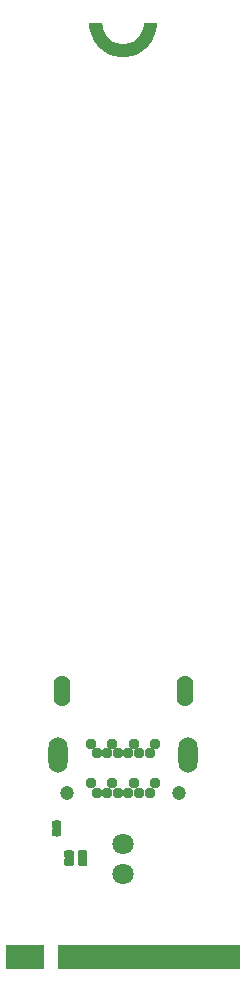
<source format=gts>
G04*
G04 #@! TF.GenerationSoftware,Altium Limited,Altium Designer,24.5.2 (23)*
G04*
G04 Layer_Color=8388736*
%FSLAX44Y44*%
%MOMM*%
G71*
G04*
G04 #@! TF.SameCoordinates,6FC596C0-74E6-4E27-895D-4E0FE7D6B679*
G04*
G04*
G04 #@! TF.FilePolarity,Negative*
G04*
G01*
G75*
%ADD14R,0.3500X1.4500*%
%ADD15R,15.4500X2.0000*%
%ADD16R,3.2005X2.0000*%
%ADD17R,0.6032X0.6032*%
%ADD18O,1.4112X2.6192*%
%ADD19O,1.6112X3.0192*%
%ADD20C,0.9532*%
%ADD21C,1.2032*%
%ADD22C,1.8000*%
G36*
X138500Y800000D02*
X138500Y797757D01*
X137798Y793326D01*
X136412Y789060D01*
X134375Y785063D01*
X131739Y781433D01*
X128567Y778261D01*
X124937Y775624D01*
X120940Y773588D01*
X116674Y772202D01*
X112243Y771500D01*
X107757Y771500D01*
X103326Y772202D01*
X99060Y773588D01*
X95063Y775624D01*
X91433Y778261D01*
X88261Y781433D01*
X85625Y785063D01*
X83588Y789060D01*
X82202Y793326D01*
X81500Y797757D01*
X81500Y800000D01*
X81500Y800000D01*
X92500Y800000D01*
X92584Y798285D01*
X93253Y794920D01*
X94566Y791750D01*
X96472Y788898D01*
X98898Y786472D01*
X101751Y784566D01*
X104920Y783253D01*
X108285Y782584D01*
X111715Y782584D01*
X115080Y783253D01*
X118250Y784566D01*
X121102Y786472D01*
X123528Y788898D01*
X125434Y791751D01*
X126747Y794920D01*
X127416Y798285D01*
X127500Y800000D01*
X127500Y800000D01*
X138500Y800000D01*
D02*
G37*
G36*
X54522Y125360D02*
X54554Y125358D01*
X54587Y125358D01*
X54621Y125354D01*
X54655Y125351D01*
X54686Y125345D01*
X54719Y125341D01*
X56233Y125042D01*
X56265Y125034D01*
X56297Y125027D01*
X56329Y125017D01*
X56362Y125008D01*
X56392Y124995D01*
X56423Y124985D01*
X57137Y124692D01*
X57138Y124691D01*
X57140Y124691D01*
X57205Y124658D01*
X57256Y124633D01*
X57257Y124633D01*
X57259Y124632D01*
X57319Y124591D01*
X57367Y124560D01*
X57368Y124559D01*
X57370Y124558D01*
X57423Y124511D01*
X57468Y124472D01*
X57469Y124471D01*
X57470Y124470D01*
X57519Y124415D01*
X57556Y124372D01*
X57557Y124371D01*
X57558Y124370D01*
X57600Y124307D01*
X57630Y124262D01*
X57631Y124261D01*
X57632Y124259D01*
X57667Y124188D01*
X57689Y124142D01*
X57690Y124141D01*
X57691Y124140D01*
X57716Y124064D01*
X57733Y124017D01*
X57733Y124015D01*
X57733Y124014D01*
X57748Y123938D01*
X57759Y123886D01*
X57759Y123885D01*
X57759Y123883D01*
X57764Y123809D01*
X57768Y123753D01*
X57768Y123752D01*
X57768Y123750D01*
X57768Y119500D01*
X57759Y119367D01*
X57733Y119236D01*
X57691Y119110D01*
X57632Y118991D01*
X57558Y118880D01*
X57470Y118780D01*
X57370Y118692D01*
X57259Y118618D01*
X57140Y118559D01*
X57014Y118517D01*
X56930Y118500D01*
X57014Y118483D01*
X57140Y118441D01*
X57259Y118382D01*
X57370Y118308D01*
X57470Y118220D01*
X57558Y118120D01*
X57632Y118009D01*
X57691Y117890D01*
X57733Y117764D01*
X57759Y117633D01*
X57768Y117500D01*
Y113250D01*
X57768Y113249D01*
X57768Y113247D01*
X57764Y113182D01*
X57759Y113117D01*
X57759Y113116D01*
X57759Y113114D01*
X57747Y113052D01*
X57733Y112986D01*
X57733Y112985D01*
X57733Y112984D01*
X57713Y112927D01*
X57691Y112860D01*
X57690Y112859D01*
X57689Y112858D01*
X57662Y112801D01*
X57632Y112741D01*
X57631Y112740D01*
X57630Y112738D01*
X57593Y112683D01*
X57558Y112630D01*
X57557Y112629D01*
X57556Y112628D01*
X57510Y112576D01*
X57470Y112530D01*
X57469Y112529D01*
X57468Y112528D01*
X57415Y112481D01*
X57370Y112442D01*
X57369Y112441D01*
X57367Y112440D01*
X57310Y112402D01*
X57259Y112368D01*
X57258Y112368D01*
X57256Y112367D01*
X57195Y112337D01*
X57140Y112309D01*
X57138Y112309D01*
X57137Y112308D01*
X56423Y112015D01*
X56392Y112004D01*
X56362Y111992D01*
X56329Y111983D01*
X56297Y111973D01*
X56265Y111966D01*
X56233Y111958D01*
X54719Y111659D01*
X54686Y111655D01*
X54655Y111649D01*
X54621Y111646D01*
X54587Y111642D01*
X54554Y111642D01*
X54522Y111640D01*
X52978Y111640D01*
X52946Y111642D01*
X52913Y111642D01*
X52879Y111646D01*
X52845Y111649D01*
X52814Y111655D01*
X52781Y111659D01*
X51267Y111958D01*
X51235Y111966D01*
X51203Y111973D01*
X51171Y111983D01*
X51138Y111992D01*
X51108Y112004D01*
X51077Y112015D01*
X50363Y112308D01*
X50362Y112309D01*
X50360Y112309D01*
X50305Y112337D01*
X50244Y112367D01*
X50242Y112368D01*
X50241Y112368D01*
X50190Y112402D01*
X50133Y112440D01*
X50131Y112441D01*
X50130Y112442D01*
X50085Y112481D01*
X50032Y112528D01*
X50031Y112529D01*
X50030Y112530D01*
X49990Y112576D01*
X49944Y112628D01*
X49943Y112629D01*
X49942Y112630D01*
X49907Y112683D01*
X49870Y112738D01*
X49869Y112740D01*
X49868Y112741D01*
X49839Y112801D01*
X49811Y112858D01*
X49810Y112859D01*
X49809Y112860D01*
X49787Y112927D01*
X49767Y112984D01*
X49767Y112985D01*
X49767Y112986D01*
X49753Y113052D01*
X49741Y113114D01*
X49741Y113116D01*
X49741Y113117D01*
X49736Y113182D01*
X49732Y113247D01*
X49732Y113249D01*
X49732Y113250D01*
X49732Y117500D01*
X49741Y117633D01*
X49767Y117764D01*
X49809Y117890D01*
X49868Y118009D01*
X49942Y118120D01*
X50030Y118220D01*
X50130Y118308D01*
X50241Y118382D01*
X50360Y118441D01*
X50486Y118483D01*
X50570Y118500D01*
X50486Y118517D01*
X50360Y118559D01*
X50241Y118618D01*
X50130Y118692D01*
X50030Y118780D01*
X49942Y118880D01*
X49868Y118991D01*
X49809Y119110D01*
X49767Y119236D01*
X49741Y119367D01*
X49732Y119500D01*
X49732Y123750D01*
X49732Y123751D01*
X49732Y123753D01*
X49736Y123818D01*
X49741Y123883D01*
X49741Y123884D01*
X49741Y123886D01*
X49753Y123948D01*
X49767Y124014D01*
X49767Y124015D01*
X49767Y124017D01*
X49787Y124073D01*
X49809Y124140D01*
X49810Y124141D01*
X49811Y124142D01*
X49838Y124199D01*
X49868Y124259D01*
X49869Y124260D01*
X49870Y124262D01*
X49907Y124317D01*
X49942Y124370D01*
X49943Y124371D01*
X49944Y124372D01*
X49990Y124424D01*
X50030Y124470D01*
X50031Y124471D01*
X50032Y124472D01*
X50085Y124518D01*
X50130Y124558D01*
X50131Y124559D01*
X50133Y124560D01*
X50190Y124598D01*
X50241Y124632D01*
X50242Y124632D01*
X50244Y124633D01*
X50305Y124663D01*
X50360Y124691D01*
X50362Y124691D01*
X50363Y124692D01*
X51077Y124985D01*
X51108Y124995D01*
X51138Y125008D01*
X51171Y125017D01*
X51203Y125028D01*
X51235Y125034D01*
X51267Y125042D01*
X52781Y125341D01*
X52814Y125345D01*
X52845Y125351D01*
X52879Y125354D01*
X52913Y125358D01*
X52946Y125358D01*
X52978Y125360D01*
X54522Y125360D01*
D02*
G37*
G36*
X76554Y100358D02*
X76587Y100358D01*
X76621Y100354D01*
X76655Y100351D01*
X76686Y100345D01*
X76719Y100341D01*
X78233Y100042D01*
X78265Y100034D01*
X78297Y100028D01*
X78329Y100017D01*
X78362Y100008D01*
X78392Y99995D01*
X78423Y99985D01*
X79137Y99692D01*
X79138Y99691D01*
X79140Y99691D01*
X79195Y99663D01*
X79256Y99633D01*
X79258Y99632D01*
X79259Y99632D01*
X79310Y99598D01*
X79367Y99560D01*
X79369Y99559D01*
X79370Y99558D01*
X79415Y99518D01*
X79468Y99472D01*
X79469Y99471D01*
X79470Y99470D01*
X79510Y99424D01*
X79556Y99372D01*
X79557Y99371D01*
X79558Y99370D01*
X79593Y99317D01*
X79630Y99262D01*
X79631Y99260D01*
X79632Y99259D01*
X79661Y99199D01*
X79689Y99142D01*
X79690Y99141D01*
X79691Y99140D01*
X79713Y99073D01*
X79733Y99017D01*
X79733Y99015D01*
X79734Y99014D01*
X79746Y98948D01*
X79759Y98886D01*
X79759Y98884D01*
X79759Y98883D01*
X79764Y98818D01*
X79768Y98753D01*
X79768Y98751D01*
X79768Y98750D01*
Y94500D01*
X79759Y94367D01*
X79734Y94236D01*
X79691Y94110D01*
X79632Y93991D01*
X79558Y93880D01*
X79470Y93780D01*
X79370Y93692D01*
X79259Y93618D01*
X79140Y93559D01*
X79014Y93517D01*
X78931Y93500D01*
X79014Y93483D01*
X79140Y93441D01*
X79259Y93382D01*
X79370Y93308D01*
X79470Y93220D01*
X79558Y93120D01*
X79632Y93009D01*
X79691Y92890D01*
X79734Y92764D01*
X79759Y92633D01*
X79768Y92500D01*
X79768Y88250D01*
X79768Y88248D01*
X79768Y88247D01*
X79764Y88190D01*
X79759Y88117D01*
X79759Y88115D01*
X79759Y88114D01*
X79748Y88060D01*
X79733Y87986D01*
X79733Y87985D01*
X79733Y87984D01*
X79716Y87934D01*
X79691Y87860D01*
X79690Y87859D01*
X79689Y87858D01*
X79665Y87809D01*
X79632Y87741D01*
X79631Y87739D01*
X79630Y87738D01*
X79597Y87689D01*
X79558Y87630D01*
X79557Y87629D01*
X79556Y87628D01*
X79515Y87581D01*
X79470Y87530D01*
X79469Y87529D01*
X79468Y87528D01*
X79419Y87485D01*
X79370Y87442D01*
X79369Y87441D01*
X79367Y87440D01*
X79314Y87405D01*
X79259Y87368D01*
X79258Y87367D01*
X79256Y87367D01*
X79198Y87338D01*
X79140Y87309D01*
X79138Y87309D01*
X79137Y87308D01*
X78423Y87015D01*
X78392Y87004D01*
X78362Y86992D01*
X78329Y86983D01*
X78297Y86973D01*
X78265Y86966D01*
X78233Y86958D01*
X76719Y86659D01*
X76687Y86655D01*
X76655Y86649D01*
X76621Y86646D01*
X76587Y86642D01*
X76554Y86642D01*
X76522Y86640D01*
X74978Y86640D01*
X74946Y86642D01*
X74913Y86642D01*
X74879Y86646D01*
X74845Y86649D01*
X74814Y86655D01*
X74781Y86659D01*
X73267Y86958D01*
X73235Y86966D01*
X73203Y86973D01*
X73171Y86983D01*
X73138Y86992D01*
X73108Y87004D01*
X73077Y87015D01*
X72363Y87308D01*
X72362Y87309D01*
X72360Y87309D01*
X72305Y87337D01*
X72243Y87367D01*
X72242Y87368D01*
X72241Y87368D01*
X72190Y87402D01*
X72133Y87440D01*
X72131Y87441D01*
X72130Y87442D01*
X72085Y87481D01*
X72032Y87528D01*
X72031Y87529D01*
X72030Y87530D01*
X71990Y87576D01*
X71944Y87628D01*
X71943Y87629D01*
X71942Y87630D01*
X71907Y87683D01*
X71870Y87738D01*
X71869Y87740D01*
X71868Y87741D01*
X71838Y87801D01*
X71810Y87858D01*
X71810Y87859D01*
X71809Y87860D01*
X71787Y87927D01*
X71767Y87984D01*
X71767Y87985D01*
X71767Y87986D01*
X71753Y88052D01*
X71741Y88114D01*
X71741Y88116D01*
X71740Y88117D01*
X71736Y88182D01*
X71732Y88247D01*
X71732Y88249D01*
X71732Y88250D01*
X71732Y92500D01*
X71740Y92633D01*
X71767Y92764D01*
X71809Y92890D01*
X71868Y93009D01*
X71942Y93120D01*
X72030Y93220D01*
X72130Y93308D01*
X72241Y93382D01*
X72360Y93441D01*
X72487Y93483D01*
X72569Y93500D01*
X72487Y93517D01*
X72360Y93559D01*
X72241Y93618D01*
X72130Y93692D01*
X72030Y93780D01*
X71942Y93880D01*
X71868Y93991D01*
X71809Y94110D01*
X71767Y94236D01*
X71740Y94367D01*
X71732Y94500D01*
X71732Y98750D01*
X71732Y98751D01*
X71732Y98753D01*
X71736Y98818D01*
X71740Y98883D01*
X71741Y98884D01*
X71741Y98886D01*
X71753Y98946D01*
X71767Y99014D01*
X71767Y99015D01*
X71767Y99017D01*
X71786Y99071D01*
X71809Y99140D01*
X71810Y99141D01*
X71810Y99142D01*
X71837Y99195D01*
X71868Y99259D01*
X71869Y99260D01*
X71870Y99262D01*
X71904Y99313D01*
X71942Y99370D01*
X71943Y99371D01*
X71944Y99372D01*
X71986Y99420D01*
X72030Y99470D01*
X72031Y99471D01*
X72032Y99472D01*
X72081Y99514D01*
X72130Y99558D01*
X72132Y99559D01*
X72133Y99560D01*
X72184Y99594D01*
X72241Y99632D01*
X72242Y99633D01*
X72244Y99633D01*
X72298Y99660D01*
X72360Y99691D01*
X72362Y99691D01*
X72363Y99692D01*
X73077Y99985D01*
X73108Y99995D01*
X73138Y100008D01*
X73171Y100017D01*
X73203Y100027D01*
X73235Y100034D01*
X73267Y100042D01*
X74781Y100341D01*
X74813Y100345D01*
X74845Y100351D01*
X74879Y100354D01*
X74913Y100358D01*
X74946Y100358D01*
X74978Y100360D01*
X76522Y100360D01*
X76554Y100358D01*
D02*
G37*
G36*
X65054D02*
X65087Y100358D01*
X65121Y100354D01*
X65155Y100351D01*
X65186Y100345D01*
X65219Y100341D01*
X66733Y100042D01*
X66765Y100034D01*
X66797Y100028D01*
X66829Y100017D01*
X66862Y100008D01*
X66892Y99995D01*
X66923Y99985D01*
X67637Y99692D01*
X67638Y99691D01*
X67640Y99691D01*
X67695Y99663D01*
X67756Y99633D01*
X67758Y99632D01*
X67759Y99632D01*
X67810Y99598D01*
X67867Y99560D01*
X67869Y99559D01*
X67870Y99558D01*
X67915Y99518D01*
X67968Y99472D01*
X67969Y99471D01*
X67970Y99470D01*
X68010Y99424D01*
X68056Y99372D01*
X68057Y99371D01*
X68058Y99370D01*
X68093Y99317D01*
X68130Y99262D01*
X68131Y99260D01*
X68132Y99259D01*
X68162Y99199D01*
X68190Y99142D01*
X68190Y99141D01*
X68191Y99140D01*
X68213Y99073D01*
X68233Y99017D01*
X68233Y99015D01*
X68233Y99014D01*
X68246Y98948D01*
X68259Y98886D01*
X68259Y98884D01*
X68260Y98883D01*
X68264Y98818D01*
X68268Y98753D01*
X68268Y98751D01*
X68268Y98750D01*
Y94500D01*
X68260Y94367D01*
X68233Y94236D01*
X68191Y94110D01*
X68132Y93991D01*
X68058Y93880D01*
X67970Y93780D01*
X67870Y93692D01*
X67759Y93618D01*
X67640Y93559D01*
X67513Y93517D01*
X67431Y93500D01*
X67513Y93483D01*
X67640Y93441D01*
X67759Y93382D01*
X67870Y93308D01*
X67970Y93220D01*
X68058Y93120D01*
X68132Y93009D01*
X68191Y92890D01*
X68233Y92764D01*
X68260Y92633D01*
X68268Y92500D01*
X68268Y88250D01*
X68268Y88248D01*
X68268Y88247D01*
X68264Y88190D01*
X68259Y88117D01*
X68259Y88115D01*
X68259Y88114D01*
X68248Y88060D01*
X68233Y87986D01*
X68233Y87985D01*
X68233Y87984D01*
X68216Y87934D01*
X68191Y87860D01*
X68190Y87859D01*
X68189Y87858D01*
X68165Y87809D01*
X68132Y87741D01*
X68131Y87739D01*
X68130Y87738D01*
X68097Y87689D01*
X68058Y87630D01*
X68057Y87629D01*
X68056Y87628D01*
X68015Y87581D01*
X67970Y87530D01*
X67969Y87529D01*
X67968Y87528D01*
X67919Y87485D01*
X67870Y87442D01*
X67868Y87441D01*
X67867Y87440D01*
X67814Y87405D01*
X67759Y87368D01*
X67758Y87367D01*
X67756Y87367D01*
X67698Y87338D01*
X67640Y87309D01*
X67638Y87309D01*
X67637Y87308D01*
X66923Y87015D01*
X66892Y87004D01*
X66862Y86992D01*
X66829Y86983D01*
X66797Y86973D01*
X66765Y86966D01*
X66733Y86958D01*
X65219Y86659D01*
X65187Y86655D01*
X65155Y86649D01*
X65121Y86646D01*
X65087Y86642D01*
X65054Y86642D01*
X65022Y86640D01*
X63478Y86640D01*
X63446Y86642D01*
X63413Y86642D01*
X63379Y86646D01*
X63345Y86649D01*
X63314Y86655D01*
X63281Y86659D01*
X61767Y86958D01*
X61735Y86966D01*
X61703Y86973D01*
X61671Y86983D01*
X61638Y86992D01*
X61608Y87004D01*
X61577Y87015D01*
X60863Y87308D01*
X60862Y87309D01*
X60860Y87309D01*
X60805Y87337D01*
X60743Y87367D01*
X60742Y87368D01*
X60741Y87368D01*
X60690Y87402D01*
X60633Y87440D01*
X60631Y87441D01*
X60630Y87442D01*
X60585Y87481D01*
X60532Y87528D01*
X60531Y87529D01*
X60530Y87530D01*
X60490Y87576D01*
X60444Y87628D01*
X60443Y87629D01*
X60442Y87630D01*
X60407Y87683D01*
X60370Y87738D01*
X60369Y87740D01*
X60368Y87741D01*
X60338Y87801D01*
X60311Y87858D01*
X60310Y87859D01*
X60309Y87860D01*
X60287Y87927D01*
X60267Y87984D01*
X60267Y87985D01*
X60266Y87986D01*
X60253Y88052D01*
X60241Y88114D01*
X60241Y88116D01*
X60241Y88117D01*
X60236Y88182D01*
X60232Y88247D01*
X60232Y88249D01*
X60232Y88250D01*
X60232Y92500D01*
X60241Y92633D01*
X60266Y92764D01*
X60309Y92890D01*
X60368Y93009D01*
X60442Y93120D01*
X60530Y93220D01*
X60630Y93308D01*
X60741Y93382D01*
X60860Y93441D01*
X60986Y93483D01*
X61069Y93500D01*
X60986Y93517D01*
X60860Y93559D01*
X60741Y93618D01*
X60630Y93692D01*
X60530Y93780D01*
X60442Y93880D01*
X60368Y93991D01*
X60309Y94110D01*
X60266Y94236D01*
X60241Y94367D01*
X60232Y94500D01*
X60232Y98750D01*
X60232Y98751D01*
X60232Y98753D01*
X60236Y98818D01*
X60241Y98883D01*
X60241Y98884D01*
X60241Y98886D01*
X60253Y98946D01*
X60266Y99014D01*
X60267Y99015D01*
X60267Y99017D01*
X60286Y99071D01*
X60309Y99140D01*
X60310Y99141D01*
X60311Y99142D01*
X60337Y99195D01*
X60368Y99259D01*
X60369Y99260D01*
X60370Y99262D01*
X60404Y99313D01*
X60442Y99370D01*
X60443Y99371D01*
X60444Y99372D01*
X60486Y99420D01*
X60530Y99470D01*
X60531Y99471D01*
X60532Y99472D01*
X60581Y99514D01*
X60630Y99558D01*
X60631Y99559D01*
X60633Y99560D01*
X60684Y99594D01*
X60741Y99632D01*
X60742Y99633D01*
X60744Y99633D01*
X60798Y99660D01*
X60860Y99691D01*
X60862Y99691D01*
X60863Y99692D01*
X61577Y99985D01*
X61608Y99995D01*
X61638Y100008D01*
X61671Y100017D01*
X61703Y100027D01*
X61735Y100034D01*
X61767Y100042D01*
X63281Y100341D01*
X63313Y100345D01*
X63345Y100351D01*
X63379Y100354D01*
X63413Y100358D01*
X63446Y100358D01*
X63478Y100360D01*
X65022Y100360D01*
X65054Y100358D01*
D02*
G37*
D14*
X202499Y12750D02*
D03*
X197500D02*
D03*
X192499D02*
D03*
X187500D02*
D03*
X182499D02*
D03*
X177500D02*
D03*
X172499D02*
D03*
X167500D02*
D03*
X162499D02*
D03*
X157500D02*
D03*
X152499D02*
D03*
X147501D02*
D03*
X142499D02*
D03*
X137501D02*
D03*
X132499D02*
D03*
X127501D02*
D03*
X122499D02*
D03*
X117501D02*
D03*
X112499D02*
D03*
X107501D02*
D03*
X102499D02*
D03*
X97501D02*
D03*
X92499D02*
D03*
X87501D02*
D03*
X82499D02*
D03*
X77501D02*
D03*
X72499D02*
D03*
X67501D02*
D03*
X62499D02*
D03*
X37501D02*
D03*
X32499D02*
D03*
X27501D02*
D03*
X22499D02*
D03*
X17501D02*
D03*
D15*
X132000Y10000D02*
D03*
D16*
X26748D02*
D03*
D17*
X53750Y121500D02*
D03*
Y115500D02*
D03*
X75750Y90500D02*
D03*
Y96500D02*
D03*
X64250Y90500D02*
D03*
Y96500D02*
D03*
D18*
X58000Y235250D02*
D03*
X162000D02*
D03*
D19*
X165000Y180250D02*
D03*
X55000D02*
D03*
D20*
X83000Y190250D02*
D03*
X101000D02*
D03*
X119000D02*
D03*
X137000D02*
D03*
X132500Y182250D02*
D03*
X123500D02*
D03*
X87500D02*
D03*
X96500D02*
D03*
X105500D02*
D03*
X114500D02*
D03*
X83000Y156750D02*
D03*
X101000D02*
D03*
X119000D02*
D03*
X137000D02*
D03*
X132500Y148750D02*
D03*
X123500D02*
D03*
X87500D02*
D03*
X96500D02*
D03*
X105500D02*
D03*
X114500D02*
D03*
D21*
X62500D02*
D03*
X157500D02*
D03*
D22*
X110000Y79600D02*
D03*
Y105000D02*
D03*
M02*

</source>
